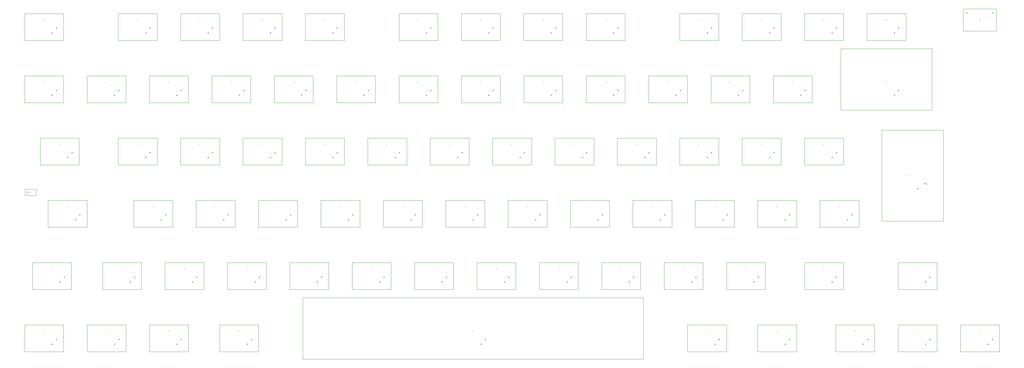
<source format=gbr>
%TF.GenerationSoftware,KiCad,Pcbnew,8.0.2-1*%
%TF.CreationDate,2024-08-02T01:43:28+02:00*%
%TF.ProjectId,keyboard,6b657962-6f61-4726-942e-6b696361645f,1.0*%
%TF.SameCoordinates,Original*%
%TF.FileFunction,Component,L1,Top*%
%TF.FilePolarity,Positive*%
%FSLAX46Y46*%
G04 Gerber Fmt 4.6, Leading zero omitted, Abs format (unit mm)*
G04 Created by KiCad (PCBNEW 8.0.2-1) date 2024-08-02 01:43:28*
%MOMM*%
%LPD*%
G01*
G04 APERTURE LIST*
%TA.AperFunction,ComponentMain*%
%ADD10C,0.300000*%
%TD*%
%TA.AperFunction,ComponentOutline,Footprint*%
%ADD11C,0.100000*%
%TD*%
%TA.AperFunction,ComponentPin*%
%ADD12P,0.360000X4X0.000000*%
%TD*%
%TA.AperFunction,ComponentPin*%
%ADD13C,0.100000*%
%TD*%
%TA.AperFunction,ComponentOutline,Courtyard*%
%ADD14C,0.100000*%
%TD*%
G04 APERTURE END LIST*
D10*
%TO.C,K_SPACE36*%
%TO.CFtp,MX-1U-NoLED*%
%TO.CVal,KEYSW*%
%TO.CLbN,MX_ALPS_Hybrid*%
%TO.CMnt,TH*%
%TO.CRot,180*%
X229327767Y-134200000D03*
D11*
X235282767Y-140405000D02*
X235282767Y-132206100D01*
X223372767Y-132206100D01*
X223372767Y-140405000D01*
X235282767Y-140405000D01*
D12*
%TO.P,K_SPACE36,1*%
X233137767Y-136740000D03*
X231827767Y-138200000D03*
D13*
%TO.P,K_SPACE36,*%
X234407767Y-134200000D03*
X229327767Y-134200000D03*
X224247767Y-134200000D03*
%TO.P,K_SPACE36,2*%
X226827767Y-138700000D03*
X226787767Y-139280000D03*
%TD*%
D10*
%TO.C,K_SPACE45*%
%TO.CFtp,MX-1U-NoLED*%
%TO.CVal,KEYSW*%
%TO.CLbN,MX_ALPS_Hybrid*%
%TO.CMnt,TH*%
%TO.CRot,180*%
X157890267Y-153250000D03*
D11*
X163845267Y-159455000D02*
X163845267Y-151256100D01*
X151935267Y-151256100D01*
X151935267Y-159455000D01*
X163845267Y-159455000D01*
D12*
%TO.P,K_SPACE45,1*%
X161700267Y-155790000D03*
X160390267Y-157250000D03*
D13*
%TO.P,K_SPACE45,*%
X162970267Y-153250000D03*
X157890267Y-153250000D03*
X152810267Y-153250000D03*
%TO.P,K_SPACE45,2*%
X155390267Y-157750000D03*
X155350267Y-158330000D03*
%TD*%
D10*
%TO.C,K_SPACE70*%
%TO.CFtp,MX-1U-NoLED*%
%TO.CVal,KEYSW*%
%TO.CLbN,MX_ALPS_Hybrid*%
%TO.CMnt,TH*%
%TO.CRot,180*%
X86452767Y-191350000D03*
D11*
X92407767Y-197555000D02*
X92407767Y-189356100D01*
X80497767Y-189356100D01*
X80497767Y-197555000D01*
X92407767Y-197555000D01*
D12*
%TO.P,K_SPACE70,1*%
X90262767Y-193890000D03*
X88952767Y-195350000D03*
D13*
%TO.P,K_SPACE70,*%
X91532767Y-191350000D03*
X86452767Y-191350000D03*
X81372767Y-191350000D03*
%TO.P,K_SPACE70,2*%
X83952767Y-195850000D03*
X83912767Y-196430000D03*
%TD*%
D10*
%TO.C,K_SPACE52*%
%TO.CFtp,MX-1U-NoLED*%
%TO.CVal,KEYSW*%
%TO.CLbN,MX_ALPS_Hybrid*%
%TO.CMnt,TH*%
%TO.CRot,180*%
X291240267Y-153250000D03*
D11*
X297195267Y-159455000D02*
X297195267Y-151256100D01*
X285285267Y-151256100D01*
X285285267Y-159455000D01*
X297195267Y-159455000D01*
D12*
%TO.P,K_SPACE52,1*%
X295050267Y-155790000D03*
X293740267Y-157250000D03*
D13*
%TO.P,K_SPACE52,*%
X296320267Y-153250000D03*
X291240267Y-153250000D03*
X286160267Y-153250000D03*
%TO.P,K_SPACE52,2*%
X288740267Y-157750000D03*
X288700267Y-158330000D03*
%TD*%
D10*
%TO.C,K_SPACE50*%
%TO.CFtp,MX-1U-NoLED*%
%TO.CVal,KEYSW*%
%TO.CLbN,MX_ALPS_Hybrid*%
%TO.CMnt,TH*%
%TO.CRot,180*%
X253140267Y-153250000D03*
D11*
X259095267Y-159455000D02*
X259095267Y-151256100D01*
X247185267Y-151256100D01*
X247185267Y-159455000D01*
X259095267Y-159455000D01*
D12*
%TO.P,K_SPACE50,1*%
X256950267Y-155790000D03*
X255640267Y-157250000D03*
D13*
%TO.P,K_SPACE50,*%
X258220267Y-153250000D03*
X253140267Y-153250000D03*
X248060267Y-153250000D03*
%TO.P,K_SPACE50,2*%
X250640267Y-157750000D03*
X250600267Y-158330000D03*
%TD*%
D10*
%TO.C,K_SPACE24*%
%TO.CFtp,MX-1U-NoLED*%
%TO.CVal,KEYSW*%
%TO.CLbN,MX_ALPS_Hybrid*%
%TO.CMnt,TH*%
%TO.CRot,180*%
X257902767Y-115150000D03*
D11*
X263857767Y-121355000D02*
X263857767Y-113156100D01*
X251947767Y-113156100D01*
X251947767Y-121355000D01*
X263857767Y-121355000D01*
D12*
%TO.P,K_SPACE24,1*%
X261712767Y-117690000D03*
X260402767Y-119150000D03*
D13*
%TO.P,K_SPACE24,*%
X262982767Y-115150000D03*
X257902767Y-115150000D03*
X252822767Y-115150000D03*
%TO.P,K_SPACE24,2*%
X255402767Y-119650000D03*
X255362767Y-120230000D03*
%TD*%
D10*
%TO.C,K_SPACE54*%
%TO.CFtp,MX-ISO-NoLED*%
%TO.CVal,KEYSW*%
%TO.CLbN,MX_ALPS_Hybrid*%
%TO.CMnt,TH*%
%TO.CRot,0*%
X331721517Y-143725000D03*
D11*
X323212517Y-129793100D02*
X323212517Y-157656900D01*
X341970417Y-157656900D01*
X341970417Y-129793100D01*
X323212517Y-129793100D01*
D12*
%TO.P,K_SPACE54,1*%
X334221517Y-147725000D03*
X336221517Y-146225000D03*
X336801517Y-146265000D03*
D13*
%TO.P,K_SPACE54,*%
X324736517Y-131787000D03*
X324736517Y-155663000D03*
X331721517Y-138645000D03*
X331721517Y-143725000D03*
X331721517Y-148805000D03*
X339976517Y-131787000D03*
X339976517Y-155663000D03*
%TO.P,K_SPACE54,2*%
X329221517Y-148225000D03*
X334261517Y-139915000D03*
X335721517Y-141225000D03*
%TD*%
D10*
%TO.C,K_SPACE2*%
%TO.CFtp,MX-1U-NoLED*%
%TO.CVal,KEYSW*%
%TO.CLbN,MX_ALPS_Hybrid*%
%TO.CMnt,TH*%
%TO.CRot,180*%
X115027767Y-96100000D03*
D11*
X120982767Y-102305000D02*
X120982767Y-94106100D01*
X109072767Y-94106100D01*
X109072767Y-102305000D01*
X120982767Y-102305000D01*
D12*
%TO.P,K_SPACE2,1*%
X118837767Y-98640000D03*
X117527767Y-100100000D03*
D13*
%TO.P,K_SPACE2,*%
X120107767Y-96100000D03*
X115027767Y-96100000D03*
X109947767Y-96100000D03*
%TO.P,K_SPACE2,2*%
X112527767Y-100600000D03*
X112487767Y-101180000D03*
%TD*%
D10*
%TO.C,K_SPACE39*%
%TO.CFtp,MX-1U-NoLED*%
%TO.CVal,KEYSW*%
%TO.CLbN,MX_ALPS_Hybrid*%
%TO.CMnt,TH*%
%TO.CRot,180*%
X286477767Y-134200000D03*
D11*
X292432767Y-140405000D02*
X292432767Y-132206100D01*
X280522767Y-132206100D01*
X280522767Y-140405000D01*
X292432767Y-140405000D01*
D12*
%TO.P,K_SPACE39,1*%
X290287767Y-136740000D03*
X288977767Y-138200000D03*
D13*
%TO.P,K_SPACE39,*%
X291557767Y-134200000D03*
X286477767Y-134200000D03*
X281397767Y-134200000D03*
%TO.P,K_SPACE39,2*%
X283977767Y-138700000D03*
X283937767Y-139280000D03*
%TD*%
D10*
%TO.C,K_SPACE28*%
%TO.CFtp,MX-1.5U-NoLED*%
%TO.CVal,KEYSW*%
%TO.CLbN,MX_ALPS_Hybrid*%
%TO.CMnt,TH*%
%TO.CRot,180*%
X72165267Y-134200000D03*
D11*
X78120267Y-140405000D02*
X78120267Y-132206100D01*
X66210267Y-132206100D01*
X66210267Y-140405000D01*
X78120267Y-140405000D01*
D12*
%TO.P,K_SPACE28,1*%
X75975267Y-136740000D03*
X74665267Y-138200000D03*
D13*
%TO.P,K_SPACE28,*%
X77245267Y-134200000D03*
X72165267Y-134200000D03*
X67085267Y-134200000D03*
%TO.P,K_SPACE28,2*%
X69665267Y-138700000D03*
X69625267Y-139280000D03*
%TD*%
D10*
%TO.C,K_SPACE72*%
%TO.CFtp,MX-1.25U-NoLED*%
%TO.CVal,KEYSW*%
%TO.CLbN,MX_ALPS_Hybrid*%
%TO.CMnt,TH*%
%TO.CRot,180*%
X126934017Y-191350000D03*
D11*
X132889017Y-197555000D02*
X132889017Y-189356100D01*
X120979017Y-189356100D01*
X120979017Y-197555000D01*
X132889017Y-197555000D01*
D12*
%TO.P,K_SPACE72,1*%
X130744017Y-193890000D03*
X129434017Y-195350000D03*
D13*
%TO.P,K_SPACE72,*%
X132014017Y-191350000D03*
X126934017Y-191350000D03*
X121854017Y-191350000D03*
%TO.P,K_SPACE72,2*%
X124434017Y-195850000D03*
X124394017Y-196430000D03*
%TD*%
D10*
%TO.C,K_SPACE4*%
%TO.CFtp,MX-1U-NoLED*%
%TO.CVal,KEYSW*%
%TO.CLbN,MX_ALPS_Hybrid*%
%TO.CMnt,TH*%
%TO.CRot,180*%
X153127767Y-96100000D03*
D11*
X159082767Y-102305000D02*
X159082767Y-94106100D01*
X147172767Y-94106100D01*
X147172767Y-102305000D01*
X159082767Y-102305000D01*
D12*
%TO.P,K_SPACE4,1*%
X156937767Y-98640000D03*
X155627767Y-100100000D03*
D13*
%TO.P,K_SPACE4,*%
X158207767Y-96100000D03*
X153127767Y-96100000D03*
X148047767Y-96100000D03*
%TO.P,K_SPACE4,2*%
X150627767Y-100600000D03*
X150587767Y-101180000D03*
%TD*%
D10*
%TO.C,K_SPACE43*%
%TO.CFtp,MX-1U-NoLED*%
%TO.CVal,KEYSW*%
%TO.CLbN,MX_ALPS_Hybrid*%
%TO.CMnt,TH*%
%TO.CRot,180*%
X119790267Y-153250000D03*
D11*
X125745267Y-159455000D02*
X125745267Y-151256100D01*
X113835267Y-151256100D01*
X113835267Y-159455000D01*
X125745267Y-159455000D01*
D12*
%TO.P,K_SPACE43,1*%
X123600267Y-155790000D03*
X122290267Y-157250000D03*
D13*
%TO.P,K_SPACE43,*%
X124870267Y-153250000D03*
X119790267Y-153250000D03*
X114710267Y-153250000D03*
%TO.P,K_SPACE43,2*%
X117290267Y-157750000D03*
X117250267Y-158330000D03*
%TD*%
D10*
%TO.C,K_SPACE10*%
%TO.CFtp,MX-1U-NoLED*%
%TO.CVal,KEYSW*%
%TO.CLbN,MX_ALPS_Hybrid*%
%TO.CMnt,TH*%
%TO.CRot,180*%
X286477767Y-96100000D03*
D11*
X292432767Y-102305000D02*
X292432767Y-94106100D01*
X280522767Y-94106100D01*
X280522767Y-102305000D01*
X292432767Y-102305000D01*
D12*
%TO.P,K_SPACE10,1*%
X290287767Y-98640000D03*
X288977767Y-100100000D03*
D13*
%TO.P,K_SPACE10,*%
X291557767Y-96100000D03*
X286477767Y-96100000D03*
X281397767Y-96100000D03*
%TO.P,K_SPACE10,2*%
X283977767Y-100600000D03*
X283937767Y-101180000D03*
%TD*%
D10*
%TO.C,K_SPACE78*%
%TO.CFtp,MX-1U-NoLED*%
%TO.CVal,KEYSW*%
%TO.CLbN,MX_ALPS_Hybrid*%
%TO.CMnt,TH*%
%TO.CRot,180*%
X353152767Y-191350000D03*
D11*
X359107767Y-197555000D02*
X359107767Y-189356100D01*
X347197767Y-189356100D01*
X347197767Y-197555000D01*
X359107767Y-197555000D01*
D12*
%TO.P,K_SPACE78,1*%
X356962767Y-193890000D03*
X355652767Y-195350000D03*
D13*
%TO.P,K_SPACE78,*%
X358232767Y-191350000D03*
X353152767Y-191350000D03*
X348072767Y-191350000D03*
%TO.P,K_SPACE78,2*%
X350652767Y-195850000D03*
X350612767Y-196430000D03*
%TD*%
D10*
%TO.C,K_SPACE20*%
%TO.CFtp,MX-1U-NoLED*%
%TO.CVal,KEYSW*%
%TO.CLbN,MX_ALPS_Hybrid*%
%TO.CMnt,TH*%
%TO.CRot,180*%
X181702767Y-115150000D03*
D11*
X187657767Y-121355000D02*
X187657767Y-113156100D01*
X175747767Y-113156100D01*
X175747767Y-121355000D01*
X187657767Y-121355000D01*
D12*
%TO.P,K_SPACE20,1*%
X185512767Y-117690000D03*
X184202767Y-119150000D03*
D13*
%TO.P,K_SPACE20,*%
X186782767Y-115150000D03*
X181702767Y-115150000D03*
X176622767Y-115150000D03*
%TO.P,K_SPACE20,2*%
X179202767Y-119650000D03*
X179162767Y-120230000D03*
%TD*%
D10*
%TO.C,K_SPACE51*%
%TO.CFtp,MX-1U-NoLED*%
%TO.CVal,KEYSW*%
%TO.CLbN,MX_ALPS_Hybrid*%
%TO.CMnt,TH*%
%TO.CRot,180*%
X272190267Y-153250000D03*
D11*
X278145267Y-159455000D02*
X278145267Y-151256100D01*
X266235267Y-151256100D01*
X266235267Y-159455000D01*
X278145267Y-159455000D01*
D12*
%TO.P,K_SPACE51,1*%
X276000267Y-155790000D03*
X274690267Y-157250000D03*
D13*
%TO.P,K_SPACE51,*%
X277270267Y-153250000D03*
X272190267Y-153250000D03*
X267110267Y-153250000D03*
%TO.P,K_SPACE51,2*%
X269690267Y-157750000D03*
X269650267Y-158330000D03*
%TD*%
D10*
%TO.C,SW2*%
%TO.CFtp,SW_SPST_PTS645*%
%TO.CVal,SW_Push*%
%TO.CLbN,Button_Switch_SMD*%
%TO.CMnt,SMD*%
%TO.CRot,0*%
X353150000Y-96100000D03*
D14*
X358199999Y-92700001D02*
X358199999Y-99499999D01*
X348100001Y-99499999D01*
X348100001Y-92700001D01*
X358199999Y-92700001D01*
D12*
%TO.P,SW2,1,1*%
X349170000Y-93850000D03*
X357130000Y-93850000D03*
D13*
%TO.P,SW2,2,2*%
X349170000Y-98350000D03*
X357130000Y-98350000D03*
%TD*%
D10*
%TO.C,K_SPACE63*%
%TO.CFtp,MX-1U-NoLED*%
%TO.CVal,KEYSW*%
%TO.CLbN,MX_ALPS_Hybrid*%
%TO.CMnt,TH*%
%TO.CRot,180*%
X224565267Y-172300000D03*
D11*
X230520267Y-178505000D02*
X230520267Y-170306100D01*
X218610267Y-170306100D01*
X218610267Y-178505000D01*
X230520267Y-178505000D01*
D12*
%TO.P,K_SPACE63,1*%
X228375267Y-174840000D03*
X227065267Y-176300000D03*
D13*
%TO.P,K_SPACE63,*%
X229645267Y-172300000D03*
X224565267Y-172300000D03*
X219485267Y-172300000D03*
%TO.P,K_SPACE63,2*%
X222065267Y-176800000D03*
X222025267Y-177380000D03*
%TD*%
D10*
%TO.C,K_SPACE75*%
%TO.CFtp,MX-1U-NoLED*%
%TO.CVal,KEYSW*%
%TO.CLbN,MX_ALPS_Hybrid*%
%TO.CMnt,TH*%
%TO.CRot,180*%
X291240267Y-191350000D03*
D11*
X297195267Y-197555000D02*
X297195267Y-189356100D01*
X285285267Y-189356100D01*
X285285267Y-197555000D01*
X297195267Y-197555000D01*
D12*
%TO.P,K_SPACE75,1*%
X295050267Y-193890000D03*
X293740267Y-195350000D03*
D13*
%TO.P,K_SPACE75,*%
X296320267Y-191350000D03*
X291240267Y-191350000D03*
X286160267Y-191350000D03*
%TO.P,K_SPACE75,2*%
X288740267Y-195850000D03*
X288700267Y-196430000D03*
%TD*%
D10*
%TO.C,K_SPACE60*%
%TO.CFtp,MX-1U-NoLED*%
%TO.CVal,KEYSW*%
%TO.CLbN,MX_ALPS_Hybrid*%
%TO.CMnt,TH*%
%TO.CRot,180*%
X167415267Y-172300000D03*
D11*
X173370267Y-178505000D02*
X173370267Y-170306100D01*
X161460267Y-170306100D01*
X161460267Y-178505000D01*
X173370267Y-178505000D01*
D12*
%TO.P,K_SPACE60,1*%
X171225267Y-174840000D03*
X169915267Y-176300000D03*
D13*
%TO.P,K_SPACE60,*%
X172495267Y-172300000D03*
X167415267Y-172300000D03*
X162335267Y-172300000D03*
%TO.P,K_SPACE60,2*%
X164915267Y-176800000D03*
X164875267Y-177380000D03*
%TD*%
D10*
%TO.C,K_SPACE37*%
%TO.CFtp,MX-1U-NoLED*%
%TO.CVal,KEYSW*%
%TO.CLbN,MX_ALPS_Hybrid*%
%TO.CMnt,TH*%
%TO.CRot,180*%
X248377767Y-134200000D03*
D11*
X254332767Y-140405000D02*
X254332767Y-132206100D01*
X242422767Y-132206100D01*
X242422767Y-140405000D01*
X254332767Y-140405000D01*
D12*
%TO.P,K_SPACE37,1*%
X252187767Y-136740000D03*
X250877767Y-138200000D03*
D13*
%TO.P,K_SPACE37,*%
X253457767Y-134200000D03*
X248377767Y-134200000D03*
X243297767Y-134200000D03*
%TO.P,K_SPACE37,2*%
X245877767Y-138700000D03*
X245837767Y-139280000D03*
%TD*%
D10*
%TO.C,K_SPACE31*%
%TO.CFtp,MX-1U-NoLED*%
%TO.CVal,KEYSW*%
%TO.CLbN,MX_ALPS_Hybrid*%
%TO.CMnt,TH*%
%TO.CRot,180*%
X134077767Y-134200000D03*
D11*
X140032767Y-140405000D02*
X140032767Y-132206100D01*
X128122767Y-132206100D01*
X128122767Y-140405000D01*
X140032767Y-140405000D01*
D12*
%TO.P,K_SPACE31,1*%
X137887767Y-136740000D03*
X136577767Y-138200000D03*
D13*
%TO.P,K_SPACE31,*%
X139157767Y-134200000D03*
X134077767Y-134200000D03*
X128997767Y-134200000D03*
%TO.P,K_SPACE31,2*%
X131577767Y-138700000D03*
X131537767Y-139280000D03*
%TD*%
D10*
%TO.C,K_SPACE19*%
%TO.CFtp,MX-1U-NoLED*%
%TO.CVal,KEYSW*%
%TO.CLbN,MX_ALPS_Hybrid*%
%TO.CMnt,TH*%
%TO.CRot,180*%
X162652767Y-115150000D03*
D11*
X168607767Y-121355000D02*
X168607767Y-113156100D01*
X156697767Y-113156100D01*
X156697767Y-121355000D01*
X168607767Y-121355000D01*
D12*
%TO.P,K_SPACE19,1*%
X166462767Y-117690000D03*
X165152767Y-119150000D03*
D13*
%TO.P,K_SPACE19,*%
X167732767Y-115150000D03*
X162652767Y-115150000D03*
X157572767Y-115150000D03*
%TO.P,K_SPACE19,2*%
X160152767Y-119650000D03*
X160112767Y-120230000D03*
%TD*%
D10*
%TO.C,K_SPACE25*%
%TO.CFtp,MX-1U-NoLED*%
%TO.CVal,KEYSW*%
%TO.CLbN,MX_ALPS_Hybrid*%
%TO.CMnt,TH*%
%TO.CRot,180*%
X276952767Y-115150000D03*
D11*
X282907767Y-121355000D02*
X282907767Y-113156100D01*
X270997767Y-113156100D01*
X270997767Y-121355000D01*
X282907767Y-121355000D01*
D12*
%TO.P,K_SPACE25,1*%
X280762767Y-117690000D03*
X279452767Y-119150000D03*
D13*
%TO.P,K_SPACE25,*%
X282032767Y-115150000D03*
X276952767Y-115150000D03*
X271872767Y-115150000D03*
%TO.P,K_SPACE25,2*%
X274452767Y-119650000D03*
X274412767Y-120230000D03*
%TD*%
D10*
%TO.C,K_SPACE32*%
%TO.CFtp,MX-1U-NoLED*%
%TO.CVal,KEYSW*%
%TO.CLbN,MX_ALPS_Hybrid*%
%TO.CMnt,TH*%
%TO.CRot,180*%
X153127767Y-134200000D03*
D11*
X159082767Y-140405000D02*
X159082767Y-132206100D01*
X147172767Y-132206100D01*
X147172767Y-140405000D01*
X159082767Y-140405000D01*
D12*
%TO.P,K_SPACE32,1*%
X156937767Y-136740000D03*
X155627767Y-138200000D03*
D13*
%TO.P,K_SPACE32,*%
X158207767Y-134200000D03*
X153127767Y-134200000D03*
X148047767Y-134200000D03*
%TO.P,K_SPACE32,2*%
X150627767Y-138700000D03*
X150587767Y-139280000D03*
%TD*%
D10*
%TO.C,K_SPACE6*%
%TO.CFtp,MX-1U-NoLED*%
%TO.CVal,KEYSW*%
%TO.CLbN,MX_ALPS_Hybrid*%
%TO.CMnt,TH*%
%TO.CRot,180*%
X200752767Y-96100000D03*
D11*
X206707767Y-102305000D02*
X206707767Y-94106100D01*
X194797767Y-94106100D01*
X194797767Y-102305000D01*
X206707767Y-102305000D01*
D12*
%TO.P,K_SPACE6,1*%
X204562767Y-98640000D03*
X203252767Y-100100000D03*
D13*
%TO.P,K_SPACE6,*%
X205832767Y-96100000D03*
X200752767Y-96100000D03*
X195672767Y-96100000D03*
%TO.P,K_SPACE6,2*%
X198252767Y-100600000D03*
X198212767Y-101180000D03*
%TD*%
D10*
%TO.C,K_SPACE30*%
%TO.CFtp,MX-1U-NoLED*%
%TO.CVal,KEYSW*%
%TO.CLbN,MX_ALPS_Hybrid*%
%TO.CMnt,TH*%
%TO.CRot,180*%
X115027767Y-134200000D03*
D11*
X120982767Y-140405000D02*
X120982767Y-132206100D01*
X109072767Y-132206100D01*
X109072767Y-140405000D01*
X120982767Y-140405000D01*
D12*
%TO.P,K_SPACE30,1*%
X118837767Y-136740000D03*
X117527767Y-138200000D03*
D13*
%TO.P,K_SPACE30,*%
X120107767Y-134200000D03*
X115027767Y-134200000D03*
X109947767Y-134200000D03*
%TO.P,K_SPACE30,2*%
X112527767Y-138700000D03*
X112487767Y-139280000D03*
%TD*%
D10*
%TO.C,K_SPACE41*%
%TO.CFtp,MX-1.75U-NoLED*%
%TO.CVal,KEYSW*%
%TO.CLbN,MX_ALPS_Hybrid*%
%TO.CMnt,TH*%
%TO.CRot,180*%
X74546517Y-153250000D03*
D11*
X80501517Y-159455000D02*
X80501517Y-151256100D01*
X68591517Y-151256100D01*
X68591517Y-159455000D01*
X80501517Y-159455000D01*
D12*
%TO.P,K_SPACE41,1*%
X78356517Y-155790000D03*
X77046517Y-157250000D03*
D13*
%TO.P,K_SPACE41,*%
X79626517Y-153250000D03*
X74546517Y-153250000D03*
X69466517Y-153250000D03*
%TO.P,K_SPACE41,2*%
X72046517Y-157750000D03*
X72006517Y-158330000D03*
%TD*%
D10*
%TO.C,K_SPACE27*%
%TO.CFtp,MX-2U-NoLED*%
%TO.CVal,KEYSW*%
%TO.CLbN,MX_ALPS_Hybrid*%
%TO.CMnt,TH*%
%TO.CRot,180*%
X324577767Y-115150000D03*
D11*
X338509667Y-123659000D02*
X338509667Y-104901100D01*
X310645867Y-104901100D01*
X310645867Y-123659000D01*
X338509667Y-123659000D01*
D12*
%TO.P,K_SPACE27,1*%
X328387767Y-117690000D03*
X327077767Y-119150000D03*
D13*
%TO.P,K_SPACE27,*%
X336515767Y-122135000D03*
X336515767Y-106895000D03*
X329657767Y-115150000D03*
X324577767Y-115150000D03*
X319497767Y-115150000D03*
X312639767Y-122135000D03*
X312639767Y-106895000D03*
%TO.P,K_SPACE27,2*%
X322077767Y-119650000D03*
X322037767Y-120230000D03*
%TD*%
D10*
%TO.C,K_SPACE73*%
%TO.CFtp,MX-6.25U-NoLED*%
%TO.CVal,KEYSW*%
%TO.CLbN,MX_ALPS_Hybrid*%
%TO.CMnt,TH*%
%TO.CRot,180*%
X198371517Y-191350000D03*
D11*
X250365317Y-199859000D02*
X250365317Y-181101100D01*
X146377717Y-181101100D01*
X146377717Y-199859000D01*
X250365317Y-199859000D01*
D12*
%TO.P,K_SPACE73,1*%
X202181517Y-193890000D03*
X200871517Y-195350000D03*
D13*
%TO.P,K_SPACE73,*%
X248371417Y-198335000D03*
X248371417Y-183095000D03*
X203451517Y-191350000D03*
X198371517Y-191350000D03*
X193291517Y-191350000D03*
X148371617Y-198335000D03*
X148371617Y-183095000D03*
%TO.P,K_SPACE73,2*%
X195871517Y-195850000D03*
X195831517Y-196430000D03*
%TD*%
D10*
%TO.C,K_SPACE67*%
%TO.CFtp,MX-1.5U-NoLED*%
%TO.CVal,KEYSW*%
%TO.CLbN,MX_ALPS_Hybrid*%
%TO.CMnt,TH*%
%TO.CRot,180*%
X305527767Y-172300000D03*
D11*
X311482767Y-178505000D02*
X311482767Y-170306100D01*
X299572767Y-170306100D01*
X299572767Y-178505000D01*
X311482767Y-178505000D01*
D12*
%TO.P,K_SPACE67,1*%
X309337767Y-174840000D03*
X308027767Y-176300000D03*
D13*
%TO.P,K_SPACE67,*%
X310607767Y-172300000D03*
X305527767Y-172300000D03*
X300447767Y-172300000D03*
%TO.P,K_SPACE67,2*%
X303027767Y-176800000D03*
X302987767Y-177380000D03*
%TD*%
D10*
%TO.C,K_SPACE53*%
%TO.CFtp,MX-1U-NoLED*%
%TO.CVal,KEYSW*%
%TO.CLbN,MX_ALPS_Hybrid*%
%TO.CMnt,TH*%
%TO.CRot,180*%
X310290267Y-153250000D03*
D11*
X316245267Y-159455000D02*
X316245267Y-151256100D01*
X304335267Y-151256100D01*
X304335267Y-159455000D01*
X316245267Y-159455000D01*
D12*
%TO.P,K_SPACE53,1*%
X314100267Y-155790000D03*
X312790267Y-157250000D03*
D13*
%TO.P,K_SPACE53,*%
X315370267Y-153250000D03*
X310290267Y-153250000D03*
X305210267Y-153250000D03*
%TO.P,K_SPACE53,2*%
X307790267Y-157750000D03*
X307750267Y-158330000D03*
%TD*%
D10*
%TO.C,K_SPACE1*%
%TO.CFtp,MX-1U-NoLED*%
%TO.CVal,KEYSW*%
%TO.CLbN,MX_ALPS_Hybrid*%
%TO.CMnt,TH*%
%TO.CRot,180*%
X95977767Y-96100000D03*
D11*
X101932767Y-102305000D02*
X101932767Y-94106100D01*
X90022767Y-94106100D01*
X90022767Y-102305000D01*
X101932767Y-102305000D01*
D12*
%TO.P,K_SPACE1,1*%
X99787767Y-98640000D03*
X98477767Y-100100000D03*
D13*
%TO.P,K_SPACE1,*%
X101057767Y-96100000D03*
X95977767Y-96100000D03*
X90897767Y-96100000D03*
%TO.P,K_SPACE1,2*%
X93477767Y-100600000D03*
X93437767Y-101180000D03*
%TD*%
D10*
%TO.C,K_SPACE76*%
%TO.CFtp,MX-1U-NoLED*%
%TO.CVal,KEYSW*%
%TO.CLbN,MX_ALPS_Hybrid*%
%TO.CMnt,TH*%
%TO.CRot,180*%
X315052767Y-191350000D03*
D11*
X321007767Y-197555000D02*
X321007767Y-189356100D01*
X309097767Y-189356100D01*
X309097767Y-197555000D01*
X321007767Y-197555000D01*
D12*
%TO.P,K_SPACE76,1*%
X318862767Y-193890000D03*
X317552767Y-195350000D03*
D13*
%TO.P,K_SPACE76,*%
X320132767Y-191350000D03*
X315052767Y-191350000D03*
X309972767Y-191350000D03*
%TO.P,K_SPACE76,2*%
X312552767Y-195850000D03*
X312512767Y-196430000D03*
%TD*%
D10*
%TO.C,K_SPACE55*%
%TO.CFtp,MX-1.25U-NoLED*%
%TO.CVal,KEYSW*%
%TO.CLbN,MX_ALPS_Hybrid*%
%TO.CMnt,TH*%
%TO.CRot,180*%
X69784017Y-172300000D03*
D11*
X75739017Y-178505000D02*
X75739017Y-170306100D01*
X63829017Y-170306100D01*
X63829017Y-178505000D01*
X75739017Y-178505000D01*
D12*
%TO.P,K_SPACE55,1*%
X73594017Y-174840000D03*
X72284017Y-176300000D03*
D13*
%TO.P,K_SPACE55,*%
X74864017Y-172300000D03*
X69784017Y-172300000D03*
X64704017Y-172300000D03*
%TO.P,K_SPACE55,2*%
X67284017Y-176800000D03*
X67244017Y-177380000D03*
%TD*%
D10*
%TO.C,K_SPACE35*%
%TO.CFtp,MX-1U-NoLED*%
%TO.CVal,KEYSW*%
%TO.CLbN,MX_ALPS_Hybrid*%
%TO.CMnt,TH*%
%TO.CRot,180*%
X210277767Y-134200000D03*
D11*
X216232767Y-140405000D02*
X216232767Y-132206100D01*
X204322767Y-132206100D01*
X204322767Y-140405000D01*
X216232767Y-140405000D01*
D12*
%TO.P,K_SPACE35,1*%
X214087767Y-136740000D03*
X212777767Y-138200000D03*
D13*
%TO.P,K_SPACE35,*%
X215357767Y-134200000D03*
X210277767Y-134200000D03*
X205197767Y-134200000D03*
%TO.P,K_SPACE35,2*%
X207777767Y-138700000D03*
X207737767Y-139280000D03*
%TD*%
D10*
%TO.C,K_SPACE26*%
%TO.CFtp,MX-1U-NoLED*%
%TO.CVal,KEYSW*%
%TO.CLbN,MX_ALPS_Hybrid*%
%TO.CMnt,TH*%
%TO.CRot,180*%
X296002767Y-115150000D03*
D11*
X301957767Y-121355000D02*
X301957767Y-113156100D01*
X290047767Y-113156100D01*
X290047767Y-121355000D01*
X301957767Y-121355000D01*
D12*
%TO.P,K_SPACE26,1*%
X299812767Y-117690000D03*
X298502767Y-119150000D03*
D13*
%TO.P,K_SPACE26,*%
X301082767Y-115150000D03*
X296002767Y-115150000D03*
X290922767Y-115150000D03*
%TO.P,K_SPACE26,2*%
X293502767Y-119650000D03*
X293462767Y-120230000D03*
%TD*%
D10*
%TO.C,K_SPACE14*%
%TO.CFtp,MX-1U-NoLED*%
%TO.CVal,KEYSW*%
%TO.CLbN,MX_ALPS_Hybrid*%
%TO.CMnt,TH*%
%TO.CRot,180*%
X67402767Y-115150000D03*
D11*
X73357767Y-121355000D02*
X73357767Y-113156100D01*
X61447767Y-113156100D01*
X61447767Y-121355000D01*
X73357767Y-121355000D01*
D12*
%TO.P,K_SPACE14,1*%
X71212767Y-117690000D03*
X69902767Y-119150000D03*
D13*
%TO.P,K_SPACE14,*%
X72482767Y-115150000D03*
X67402767Y-115150000D03*
X62322767Y-115150000D03*
%TO.P,K_SPACE14,2*%
X64902767Y-119650000D03*
X64862767Y-120230000D03*
%TD*%
D10*
%TO.C,K_SPACE57*%
%TO.CFtp,MX-1U-NoLED*%
%TO.CVal,KEYSW*%
%TO.CLbN,MX_ALPS_Hybrid*%
%TO.CMnt,TH*%
%TO.CRot,180*%
X110265267Y-172300000D03*
D11*
X116220267Y-178505000D02*
X116220267Y-170306100D01*
X104310267Y-170306100D01*
X104310267Y-178505000D01*
X116220267Y-178505000D01*
D12*
%TO.P,K_SPACE57,1*%
X114075267Y-174840000D03*
X112765267Y-176300000D03*
D13*
%TO.P,K_SPACE57,*%
X115345267Y-172300000D03*
X110265267Y-172300000D03*
X105185267Y-172300000D03*
%TO.P,K_SPACE57,2*%
X107765267Y-176800000D03*
X107725267Y-177380000D03*
%TD*%
D10*
%TO.C,K_SPACE40*%
%TO.CFtp,MX-1U-NoLED*%
%TO.CVal,KEYSW*%
%TO.CLbN,MX_ALPS_Hybrid*%
%TO.CMnt,TH*%
%TO.CRot,180*%
X305527767Y-134200000D03*
D11*
X311482767Y-140405000D02*
X311482767Y-132206100D01*
X299572767Y-132206100D01*
X299572767Y-140405000D01*
X311482767Y-140405000D01*
D12*
%TO.P,K_SPACE40,1*%
X309337767Y-136740000D03*
X308027767Y-138200000D03*
D13*
%TO.P,K_SPACE40,*%
X310607767Y-134200000D03*
X305527767Y-134200000D03*
X300447767Y-134200000D03*
%TO.P,K_SPACE40,2*%
X303027767Y-138700000D03*
X302987767Y-139280000D03*
%TD*%
D10*
%TO.C,K_SPACE34*%
%TO.CFtp,MX-1U-NoLED*%
%TO.CVal,KEYSW*%
%TO.CLbN,MX_ALPS_Hybrid*%
%TO.CMnt,TH*%
%TO.CRot,180*%
X191227767Y-134200000D03*
D11*
X197182767Y-140405000D02*
X197182767Y-132206100D01*
X185272767Y-132206100D01*
X185272767Y-140405000D01*
X197182767Y-140405000D01*
D12*
%TO.P,K_SPACE34,1*%
X195037767Y-136740000D03*
X193727767Y-138200000D03*
D13*
%TO.P,K_SPACE34,*%
X196307767Y-134200000D03*
X191227767Y-134200000D03*
X186147767Y-134200000D03*
%TO.P,K_SPACE34,2*%
X188727767Y-138700000D03*
X188687767Y-139280000D03*
%TD*%
D10*
%TO.C,K_SPACE42*%
%TO.CFtp,MX-1U-NoLED*%
%TO.CVal,KEYSW*%
%TO.CLbN,MX_ALPS_Hybrid*%
%TO.CMnt,TH*%
%TO.CRot,180*%
X100740267Y-153250000D03*
D11*
X106695267Y-159455000D02*
X106695267Y-151256100D01*
X94785267Y-151256100D01*
X94785267Y-159455000D01*
X106695267Y-159455000D01*
D12*
%TO.P,K_SPACE42,1*%
X104550267Y-155790000D03*
X103240267Y-157250000D03*
D13*
%TO.P,K_SPACE42,*%
X105820267Y-153250000D03*
X100740267Y-153250000D03*
X95660267Y-153250000D03*
%TO.P,K_SPACE42,2*%
X98240267Y-157750000D03*
X98200267Y-158330000D03*
%TD*%
D10*
%TO.C,K_SPACE74*%
%TO.CFtp,MX-1.25U-NoLED*%
%TO.CVal,KEYSW*%
%TO.CLbN,MX_ALPS_Hybrid*%
%TO.CMnt,TH*%
%TO.CRot,180*%
X269809017Y-191350000D03*
D11*
X275764017Y-197555000D02*
X275764017Y-189356100D01*
X263854017Y-189356100D01*
X263854017Y-197555000D01*
X275764017Y-197555000D01*
D12*
%TO.P,K_SPACE74,1*%
X273619017Y-193890000D03*
X272309017Y-195350000D03*
D13*
%TO.P,K_SPACE74,*%
X274889017Y-191350000D03*
X269809017Y-191350000D03*
X264729017Y-191350000D03*
%TO.P,K_SPACE74,2*%
X267309017Y-195850000D03*
X267269017Y-196430000D03*
%TD*%
D10*
%TO.C,K_SPACE15*%
%TO.CFtp,MX-1U-NoLED*%
%TO.CVal,KEYSW*%
%TO.CLbN,MX_ALPS_Hybrid*%
%TO.CMnt,TH*%
%TO.CRot,180*%
X86452767Y-115150000D03*
D11*
X92407767Y-121355000D02*
X92407767Y-113156100D01*
X80497767Y-113156100D01*
X80497767Y-121355000D01*
X92407767Y-121355000D01*
D12*
%TO.P,K_SPACE15,1*%
X90262767Y-117690000D03*
X88952767Y-119150000D03*
D13*
%TO.P,K_SPACE15,*%
X91532767Y-115150000D03*
X86452767Y-115150000D03*
X81372767Y-115150000D03*
%TO.P,K_SPACE15,2*%
X83952767Y-119650000D03*
X83912767Y-120230000D03*
%TD*%
D10*
%TO.C,K_SPACE64*%
%TO.CFtp,MX-1U-NoLED*%
%TO.CVal,KEYSW*%
%TO.CLbN,MX_ALPS_Hybrid*%
%TO.CMnt,TH*%
%TO.CRot,180*%
X243615267Y-172300000D03*
D11*
X249570267Y-178505000D02*
X249570267Y-170306100D01*
X237660267Y-170306100D01*
X237660267Y-178505000D01*
X249570267Y-178505000D01*
D12*
%TO.P,K_SPACE64,1*%
X247425267Y-174840000D03*
X246115267Y-176300000D03*
D13*
%TO.P,K_SPACE64,*%
X248695267Y-172300000D03*
X243615267Y-172300000D03*
X238535267Y-172300000D03*
%TO.P,K_SPACE64,2*%
X241115267Y-176800000D03*
X241075267Y-177380000D03*
%TD*%
D10*
%TO.C,K_SPACE9*%
%TO.CFtp,MX-1U-NoLED*%
%TO.CVal,KEYSW*%
%TO.CLbN,MX_ALPS_Hybrid*%
%TO.CMnt,TH*%
%TO.CRot,180*%
X267427767Y-96100000D03*
D11*
X273382767Y-102305000D02*
X273382767Y-94106100D01*
X261472767Y-94106100D01*
X261472767Y-102305000D01*
X273382767Y-102305000D01*
D12*
%TO.P,K_SPACE9,1*%
X271237767Y-98640000D03*
X269927767Y-100100000D03*
D13*
%TO.P,K_SPACE9,*%
X272507767Y-96100000D03*
X267427767Y-96100000D03*
X262347767Y-96100000D03*
%TO.P,K_SPACE9,2*%
X264927767Y-100600000D03*
X264887767Y-101180000D03*
%TD*%
D10*
%TO.C,K_SPACE48*%
%TO.CFtp,MX-1U-NoLED*%
%TO.CVal,KEYSW*%
%TO.CLbN,MX_ALPS_Hybrid*%
%TO.CMnt,TH*%
%TO.CRot,180*%
X215040267Y-153250000D03*
D11*
X220995267Y-159455000D02*
X220995267Y-151256100D01*
X209085267Y-151256100D01*
X209085267Y-159455000D01*
X220995267Y-159455000D01*
D12*
%TO.P,K_SPACE48,1*%
X218850267Y-155790000D03*
X217540267Y-157250000D03*
D13*
%TO.P,K_SPACE48,*%
X220120267Y-153250000D03*
X215040267Y-153250000D03*
X209960267Y-153250000D03*
%TO.P,K_SPACE48,2*%
X212540267Y-157750000D03*
X212500267Y-158330000D03*
%TD*%
D10*
%TO.C,K_SPACE16*%
%TO.CFtp,MX-1U-NoLED*%
%TO.CVal,KEYSW*%
%TO.CLbN,MX_ALPS_Hybrid*%
%TO.CMnt,TH*%
%TO.CRot,180*%
X105502767Y-115150000D03*
D11*
X111457767Y-121355000D02*
X111457767Y-113156100D01*
X99547767Y-113156100D01*
X99547767Y-121355000D01*
X111457767Y-121355000D01*
D12*
%TO.P,K_SPACE16,1*%
X109312767Y-117690000D03*
X108002767Y-119150000D03*
D13*
%TO.P,K_SPACE16,*%
X110582767Y-115150000D03*
X105502767Y-115150000D03*
X100422767Y-115150000D03*
%TO.P,K_SPACE16,2*%
X103002767Y-119650000D03*
X102962767Y-120230000D03*
%TD*%
D10*
%TO.C,K_SPACE18*%
%TO.CFtp,MX-1U-NoLED*%
%TO.CVal,KEYSW*%
%TO.CLbN,MX_ALPS_Hybrid*%
%TO.CMnt,TH*%
%TO.CRot,180*%
X143602767Y-115150000D03*
D11*
X149557767Y-121355000D02*
X149557767Y-113156100D01*
X137647767Y-113156100D01*
X137647767Y-121355000D01*
X149557767Y-121355000D01*
D12*
%TO.P,K_SPACE18,1*%
X147412767Y-117690000D03*
X146102767Y-119150000D03*
D13*
%TO.P,K_SPACE18,*%
X148682767Y-115150000D03*
X143602767Y-115150000D03*
X138522767Y-115150000D03*
%TO.P,K_SPACE18,2*%
X141102767Y-119650000D03*
X141062767Y-120230000D03*
%TD*%
D10*
%TO.C,K_SPACE12*%
%TO.CFtp,MX-1U-NoLED*%
%TO.CVal,KEYSW*%
%TO.CLbN,MX_ALPS_Hybrid*%
%TO.CMnt,TH*%
%TO.CRot,180*%
X324577767Y-96100000D03*
D11*
X330532767Y-102305000D02*
X330532767Y-94106100D01*
X318622767Y-94106100D01*
X318622767Y-102305000D01*
X330532767Y-102305000D01*
D12*
%TO.P,K_SPACE12,1*%
X328387767Y-98640000D03*
X327077767Y-100100000D03*
D13*
%TO.P,K_SPACE12,*%
X329657767Y-96100000D03*
X324577767Y-96100000D03*
X319497767Y-96100000D03*
%TO.P,K_SPACE12,2*%
X322077767Y-100600000D03*
X322037767Y-101180000D03*
%TD*%
D10*
%TO.C,K_SPACE71*%
%TO.CFtp,MX-1U-NoLED*%
%TO.CVal,KEYSW*%
%TO.CLbN,MX_ALPS_Hybrid*%
%TO.CMnt,TH*%
%TO.CRot,180*%
X105502767Y-191350000D03*
D11*
X111457767Y-197555000D02*
X111457767Y-189356100D01*
X99547767Y-189356100D01*
X99547767Y-197555000D01*
X111457767Y-197555000D01*
D12*
%TO.P,K_SPACE71,1*%
X109312767Y-193890000D03*
X108002767Y-195350000D03*
D13*
%TO.P,K_SPACE71,*%
X110582767Y-191350000D03*
X105502767Y-191350000D03*
X100422767Y-191350000D03*
%TO.P,K_SPACE71,2*%
X103002767Y-195850000D03*
X102962767Y-196430000D03*
%TD*%
D10*
%TO.C,K_SPACE22*%
%TO.CFtp,MX-1U-NoLED*%
%TO.CVal,KEYSW*%
%TO.CLbN,MX_ALPS_Hybrid*%
%TO.CMnt,TH*%
%TO.CRot,180*%
X219802767Y-115150000D03*
D11*
X225757767Y-121355000D02*
X225757767Y-113156100D01*
X213847767Y-113156100D01*
X213847767Y-121355000D01*
X225757767Y-121355000D01*
D12*
%TO.P,K_SPACE22,1*%
X223612767Y-117690000D03*
X222302767Y-119150000D03*
D13*
%TO.P,K_SPACE22,*%
X224882767Y-115150000D03*
X219802767Y-115150000D03*
X214722767Y-115150000D03*
%TO.P,K_SPACE22,2*%
X217302767Y-119650000D03*
X217262767Y-120230000D03*
%TD*%
D10*
%TO.C,D1*%
%TO.CFtp,LED_0805_2012Metric*%
%TO.CVal,LED*%
%TO.CLbN,LED_SMD*%
%TO.CMnt,SMD*%
%TO.CRot,0*%
X63324500Y-148844000D03*
D14*
X65004499Y-147894001D02*
X65004499Y-149793999D01*
X61644501Y-149793999D01*
X61644501Y-147894001D01*
X65004499Y-147894001D01*
D12*
%TO.P,D1,1,K*%
X62387000Y-148844000D03*
D13*
%TO.P,D1,2,A*%
X64262000Y-148844000D03*
%TD*%
D10*
%TO.C,K_SPACE68*%
%TO.CFtp,MX-1U-NoLED*%
%TO.CVal,KEYSW*%
%TO.CLbN,MX_ALPS_Hybrid*%
%TO.CMnt,TH*%
%TO.CRot,180*%
X334102767Y-172300000D03*
D11*
X340057767Y-178505000D02*
X340057767Y-170306100D01*
X328147767Y-170306100D01*
X328147767Y-178505000D01*
X340057767Y-178505000D01*
D12*
%TO.P,K_SPACE68,1*%
X337912767Y-174840000D03*
X336602767Y-176300000D03*
D13*
%TO.P,K_SPACE68,*%
X339182767Y-172300000D03*
X334102767Y-172300000D03*
X329022767Y-172300000D03*
%TO.P,K_SPACE68,2*%
X331602767Y-176800000D03*
X331562767Y-177380000D03*
%TD*%
D10*
%TO.C,K_SPACE62*%
%TO.CFtp,MX-1U-NoLED*%
%TO.CVal,KEYSW*%
%TO.CLbN,MX_ALPS_Hybrid*%
%TO.CMnt,TH*%
%TO.CRot,180*%
X205515267Y-172300000D03*
D11*
X211470267Y-178505000D02*
X211470267Y-170306100D01*
X199560267Y-170306100D01*
X199560267Y-178505000D01*
X211470267Y-178505000D01*
D12*
%TO.P,K_SPACE62,1*%
X209325267Y-174840000D03*
X208015267Y-176300000D03*
D13*
%TO.P,K_SPACE62,*%
X210595267Y-172300000D03*
X205515267Y-172300000D03*
X200435267Y-172300000D03*
%TO.P,K_SPACE62,2*%
X203015267Y-176800000D03*
X202975267Y-177380000D03*
%TD*%
D10*
%TO.C,K_SPACE65*%
%TO.CFtp,MX-1U-NoLED*%
%TO.CVal,KEYSW*%
%TO.CLbN,MX_ALPS_Hybrid*%
%TO.CMnt,TH*%
%TO.CRot,180*%
X262665267Y-172300000D03*
D11*
X268620267Y-178505000D02*
X268620267Y-170306100D01*
X256710267Y-170306100D01*
X256710267Y-178505000D01*
X268620267Y-178505000D01*
D12*
%TO.P,K_SPACE65,1*%
X266475267Y-174840000D03*
X265165267Y-176300000D03*
D13*
%TO.P,K_SPACE65,*%
X267745267Y-172300000D03*
X262665267Y-172300000D03*
X257585267Y-172300000D03*
%TO.P,K_SPACE65,2*%
X260165267Y-176800000D03*
X260125267Y-177380000D03*
%TD*%
D10*
%TO.C,K_SPACE8*%
%TO.CFtp,MX-1U-NoLED*%
%TO.CVal,KEYSW*%
%TO.CLbN,MX_ALPS_Hybrid*%
%TO.CMnt,TH*%
%TO.CRot,180*%
X238852767Y-96100000D03*
D11*
X244807767Y-102305000D02*
X244807767Y-94106100D01*
X232897767Y-94106100D01*
X232897767Y-102305000D01*
X244807767Y-102305000D01*
D12*
%TO.P,K_SPACE8,1*%
X242662767Y-98640000D03*
X241352767Y-100100000D03*
D13*
%TO.P,K_SPACE8,*%
X243932767Y-96100000D03*
X238852767Y-96100000D03*
X233772767Y-96100000D03*
%TO.P,K_SPACE8,2*%
X236352767Y-100600000D03*
X236312767Y-101180000D03*
%TD*%
D10*
%TO.C,K_SPACE23*%
%TO.CFtp,MX-1U-NoLED*%
%TO.CVal,KEYSW*%
%TO.CLbN,MX_ALPS_Hybrid*%
%TO.CMnt,TH*%
%TO.CRot,180*%
X238852767Y-115150000D03*
D11*
X244807767Y-121355000D02*
X244807767Y-113156100D01*
X232897767Y-113156100D01*
X232897767Y-121355000D01*
X244807767Y-121355000D01*
D12*
%TO.P,K_SPACE23,1*%
X242662767Y-117690000D03*
X241352767Y-119150000D03*
D13*
%TO.P,K_SPACE23,*%
X243932767Y-115150000D03*
X238852767Y-115150000D03*
X233772767Y-115150000D03*
%TO.P,K_SPACE23,2*%
X236352767Y-119650000D03*
X236312767Y-120230000D03*
%TD*%
D10*
%TO.C,K_SPACE69*%
%TO.CFtp,MX-1U-NoLED*%
%TO.CVal,KEYSW*%
%TO.CLbN,MX_ALPS_Hybrid*%
%TO.CMnt,TH*%
%TO.CRot,180*%
X67402767Y-191350000D03*
D11*
X73357767Y-197555000D02*
X73357767Y-189356100D01*
X61447767Y-189356100D01*
X61447767Y-197555000D01*
X73357767Y-197555000D01*
D12*
%TO.P,K_SPACE69,1*%
X71212767Y-193890000D03*
X69902767Y-195350000D03*
D13*
%TO.P,K_SPACE69,*%
X72482767Y-191350000D03*
X67402767Y-191350000D03*
X62322767Y-191350000D03*
%TO.P,K_SPACE69,2*%
X64902767Y-195850000D03*
X64862767Y-196430000D03*
%TD*%
D10*
%TO.C,K_SPACE33*%
%TO.CFtp,MX-1U-NoLED*%
%TO.CVal,KEYSW*%
%TO.CLbN,MX_ALPS_Hybrid*%
%TO.CMnt,TH*%
%TO.CRot,180*%
X172177767Y-134200000D03*
D11*
X178132767Y-140405000D02*
X178132767Y-132206100D01*
X166222767Y-132206100D01*
X166222767Y-140405000D01*
X178132767Y-140405000D01*
D12*
%TO.P,K_SPACE33,1*%
X175987767Y-136740000D03*
X174677767Y-138200000D03*
D13*
%TO.P,K_SPACE33,*%
X177257767Y-134200000D03*
X172177767Y-134200000D03*
X167097767Y-134200000D03*
%TO.P,K_SPACE33,2*%
X169677767Y-138700000D03*
X169637767Y-139280000D03*
%TD*%
D10*
%TO.C,K_SPACE49*%
%TO.CFtp,MX-1U-NoLED*%
%TO.CVal,KEYSW*%
%TO.CLbN,MX_ALPS_Hybrid*%
%TO.CMnt,TH*%
%TO.CRot,180*%
X234090267Y-153250000D03*
D11*
X240045267Y-159455000D02*
X240045267Y-151256100D01*
X228135267Y-151256100D01*
X228135267Y-159455000D01*
X240045267Y-159455000D01*
D12*
%TO.P,K_SPACE49,1*%
X237900267Y-155790000D03*
X236590267Y-157250000D03*
D13*
%TO.P,K_SPACE49,*%
X239170267Y-153250000D03*
X234090267Y-153250000D03*
X229010267Y-153250000D03*
%TO.P,K_SPACE49,2*%
X231590267Y-157750000D03*
X231550267Y-158330000D03*
%TD*%
D10*
%TO.C,K_SPACE0*%
%TO.CFtp,MX-1U-NoLED*%
%TO.CVal,KEYSW*%
%TO.CLbN,MX_ALPS_Hybrid*%
%TO.CMnt,TH*%
%TO.CRot,180*%
X67402767Y-96100000D03*
D11*
X73357767Y-102305000D02*
X73357767Y-94106100D01*
X61447767Y-94106100D01*
X61447767Y-102305000D01*
X73357767Y-102305000D01*
D12*
%TO.P,K_SPACE0,1*%
X71212767Y-98640000D03*
X69902767Y-100100000D03*
D13*
%TO.P,K_SPACE0,*%
X72482767Y-96100000D03*
X67402767Y-96100000D03*
X62322767Y-96100000D03*
%TO.P,K_SPACE0,2*%
X64902767Y-100600000D03*
X64862767Y-101180000D03*
%TD*%
D10*
%TO.C,K_SPACE59*%
%TO.CFtp,MX-1U-NoLED*%
%TO.CVal,KEYSW*%
%TO.CLbN,MX_ALPS_Hybrid*%
%TO.CMnt,TH*%
%TO.CRot,180*%
X148365267Y-172300000D03*
D11*
X154320267Y-178505000D02*
X154320267Y-170306100D01*
X142410267Y-170306100D01*
X142410267Y-178505000D01*
X154320267Y-178505000D01*
D12*
%TO.P,K_SPACE59,1*%
X152175267Y-174840000D03*
X150865267Y-176300000D03*
D13*
%TO.P,K_SPACE59,*%
X153445267Y-172300000D03*
X148365267Y-172300000D03*
X143285267Y-172300000D03*
%TO.P,K_SPACE59,2*%
X145865267Y-176800000D03*
X145825267Y-177380000D03*
%TD*%
D10*
%TO.C,K_SPACE38*%
%TO.CFtp,MX-1U-NoLED*%
%TO.CVal,KEYSW*%
%TO.CLbN,MX_ALPS_Hybrid*%
%TO.CMnt,TH*%
%TO.CRot,180*%
X267427767Y-134200000D03*
D11*
X273382767Y-140405000D02*
X273382767Y-132206100D01*
X261472767Y-132206100D01*
X261472767Y-140405000D01*
X273382767Y-140405000D01*
D12*
%TO.P,K_SPACE38,1*%
X271237767Y-136740000D03*
X269927767Y-138200000D03*
D13*
%TO.P,K_SPACE38,*%
X272507767Y-134200000D03*
X267427767Y-134200000D03*
X262347767Y-134200000D03*
%TO.P,K_SPACE38,2*%
X264927767Y-138700000D03*
X264887767Y-139280000D03*
%TD*%
D10*
%TO.C,K_SPACE21*%
%TO.CFtp,MX-1U-NoLED*%
%TO.CVal,KEYSW*%
%TO.CLbN,MX_ALPS_Hybrid*%
%TO.CMnt,TH*%
%TO.CRot,180*%
X200752767Y-115150000D03*
D11*
X206707767Y-121355000D02*
X206707767Y-113156100D01*
X194797767Y-113156100D01*
X194797767Y-121355000D01*
X206707767Y-121355000D01*
D12*
%TO.P,K_SPACE21,1*%
X204562767Y-117690000D03*
X203252767Y-119150000D03*
D13*
%TO.P,K_SPACE21,*%
X205832767Y-115150000D03*
X200752767Y-115150000D03*
X195672767Y-115150000D03*
%TO.P,K_SPACE21,2*%
X198252767Y-119650000D03*
X198212767Y-120230000D03*
%TD*%
D10*
%TO.C,K_SPACE17*%
%TO.CFtp,MX-1U-NoLED*%
%TO.CVal,KEYSW*%
%TO.CLbN,MX_ALPS_Hybrid*%
%TO.CMnt,TH*%
%TO.CRot,180*%
X124552767Y-115150000D03*
D11*
X130507767Y-121355000D02*
X130507767Y-113156100D01*
X118597767Y-113156100D01*
X118597767Y-121355000D01*
X130507767Y-121355000D01*
D12*
%TO.P,K_SPACE17,1*%
X128362767Y-117690000D03*
X127052767Y-119150000D03*
D13*
%TO.P,K_SPACE17,*%
X129632767Y-115150000D03*
X124552767Y-115150000D03*
X119472767Y-115150000D03*
%TO.P,K_SPACE17,2*%
X122052767Y-119650000D03*
X122012767Y-120230000D03*
%TD*%
D10*
%TO.C,K_SPACE56*%
%TO.CFtp,MX-1U-NoLED*%
%TO.CVal,KEYSW*%
%TO.CLbN,MX_ALPS_Hybrid*%
%TO.CMnt,TH*%
%TO.CRot,180*%
X91215267Y-172300000D03*
D11*
X97170267Y-178505000D02*
X97170267Y-170306100D01*
X85260267Y-170306100D01*
X85260267Y-178505000D01*
X97170267Y-178505000D01*
D12*
%TO.P,K_SPACE56,1*%
X95025267Y-174840000D03*
X93715267Y-176300000D03*
D13*
%TO.P,K_SPACE56,*%
X96295267Y-172300000D03*
X91215267Y-172300000D03*
X86135267Y-172300000D03*
%TO.P,K_SPACE56,2*%
X88715267Y-176800000D03*
X88675267Y-177380000D03*
%TD*%
D10*
%TO.C,K_SPACE29*%
%TO.CFtp,MX-1U-NoLED*%
%TO.CVal,KEYSW*%
%TO.CLbN,MX_ALPS_Hybrid*%
%TO.CMnt,TH*%
%TO.CRot,180*%
X95977767Y-134200000D03*
D11*
X101932767Y-140405000D02*
X101932767Y-132206100D01*
X90022767Y-132206100D01*
X90022767Y-140405000D01*
X101932767Y-140405000D01*
D12*
%TO.P,K_SPACE29,1*%
X99787767Y-136740000D03*
X98477767Y-138200000D03*
D13*
%TO.P,K_SPACE29,*%
X101057767Y-134200000D03*
X95977767Y-134200000D03*
X90897767Y-134200000D03*
%TO.P,K_SPACE29,2*%
X93477767Y-138700000D03*
X93437767Y-139280000D03*
%TD*%
D10*
%TO.C,K_SPACE3*%
%TO.CFtp,MX-1U-NoLED*%
%TO.CVal,KEYSW*%
%TO.CLbN,MX_ALPS_Hybrid*%
%TO.CMnt,TH*%
%TO.CRot,180*%
X134077767Y-96100000D03*
D11*
X140032767Y-102305000D02*
X140032767Y-94106100D01*
X128122767Y-94106100D01*
X128122767Y-102305000D01*
X140032767Y-102305000D01*
D12*
%TO.P,K_SPACE3,1*%
X137887767Y-98640000D03*
X136577767Y-100100000D03*
D13*
%TO.P,K_SPACE3,*%
X139157767Y-96100000D03*
X134077767Y-96100000D03*
X128997767Y-96100000D03*
%TO.P,K_SPACE3,2*%
X131577767Y-100600000D03*
X131537767Y-101180000D03*
%TD*%
D10*
%TO.C,K_SPACE46*%
%TO.CFtp,MX-1U-NoLED*%
%TO.CVal,KEYSW*%
%TO.CLbN,MX_ALPS_Hybrid*%
%TO.CMnt,TH*%
%TO.CRot,180*%
X176940267Y-153250000D03*
D11*
X182895267Y-159455000D02*
X182895267Y-151256100D01*
X170985267Y-151256100D01*
X170985267Y-159455000D01*
X182895267Y-159455000D01*
D12*
%TO.P,K_SPACE46,1*%
X180750267Y-155790000D03*
X179440267Y-157250000D03*
D13*
%TO.P,K_SPACE46,*%
X182020267Y-153250000D03*
X176940267Y-153250000D03*
X171860267Y-153250000D03*
%TO.P,K_SPACE46,2*%
X174440267Y-157750000D03*
X174400267Y-158330000D03*
%TD*%
D10*
%TO.C,K_SPACE11*%
%TO.CFtp,MX-1U-NoLED*%
%TO.CVal,KEYSW*%
%TO.CLbN,MX_ALPS_Hybrid*%
%TO.CMnt,TH*%
%TO.CRot,180*%
X305527767Y-96100000D03*
D11*
X311482767Y-102305000D02*
X311482767Y-94106100D01*
X299572767Y-94106100D01*
X299572767Y-102305000D01*
X311482767Y-102305000D01*
D12*
%TO.P,K_SPACE11,1*%
X309337767Y-98640000D03*
X308027767Y-100100000D03*
D13*
%TO.P,K_SPACE11,*%
X310607767Y-96100000D03*
X305527767Y-96100000D03*
X300447767Y-96100000D03*
%TO.P,K_SPACE11,2*%
X303027767Y-100600000D03*
X302987767Y-101180000D03*
%TD*%
D10*
%TO.C,K_SPACE58*%
%TO.CFtp,MX-1U-NoLED*%
%TO.CVal,KEYSW*%
%TO.CLbN,MX_ALPS_Hybrid*%
%TO.CMnt,TH*%
%TO.CRot,180*%
X129315267Y-172300000D03*
D11*
X135270267Y-178505000D02*
X135270267Y-170306100D01*
X123360267Y-170306100D01*
X123360267Y-178505000D01*
X135270267Y-178505000D01*
D12*
%TO.P,K_SPACE58,1*%
X133125267Y-174840000D03*
X131815267Y-176300000D03*
D13*
%TO.P,K_SPACE58,*%
X134395267Y-172300000D03*
X129315267Y-172300000D03*
X124235267Y-172300000D03*
%TO.P,K_SPACE58,2*%
X126815267Y-176800000D03*
X126775267Y-177380000D03*
%TD*%
D10*
%TO.C,K_SPACE7*%
%TO.CFtp,MX-1U-NoLED*%
%TO.CVal,KEYSW*%
%TO.CLbN,MX_ALPS_Hybrid*%
%TO.CMnt,TH*%
%TO.CRot,180*%
X219790000Y-96100000D03*
D11*
X225745000Y-102305000D02*
X225745000Y-94106100D01*
X213835000Y-94106100D01*
X213835000Y-102305000D01*
X225745000Y-102305000D01*
D12*
%TO.P,K_SPACE7,1*%
X223600000Y-98640000D03*
X222290000Y-100100000D03*
D13*
%TO.P,K_SPACE7,*%
X224870000Y-96100000D03*
X219790000Y-96100000D03*
X214710000Y-96100000D03*
%TO.P,K_SPACE7,2*%
X217290000Y-100600000D03*
X217250000Y-101180000D03*
%TD*%
D10*
%TO.C,K_SPACE47*%
%TO.CFtp,MX-1U-NoLED*%
%TO.CVal,KEYSW*%
%TO.CLbN,MX_ALPS_Hybrid*%
%TO.CMnt,TH*%
%TO.CRot,180*%
X195990267Y-153250000D03*
D11*
X201945267Y-159455000D02*
X201945267Y-151256100D01*
X190035267Y-151256100D01*
X190035267Y-159455000D01*
X201945267Y-159455000D01*
D12*
%TO.P,K_SPACE47,1*%
X199800267Y-155790000D03*
X198490267Y-157250000D03*
D13*
%TO.P,K_SPACE47,*%
X201070267Y-153250000D03*
X195990267Y-153250000D03*
X190910267Y-153250000D03*
%TO.P,K_SPACE47,2*%
X193490267Y-157750000D03*
X193450267Y-158330000D03*
%TD*%
D10*
%TO.C,K_SPACE44*%
%TO.CFtp,MX-1U-NoLED*%
%TO.CVal,KEYSW*%
%TO.CLbN,MX_ALPS_Hybrid*%
%TO.CMnt,TH*%
%TO.CRot,180*%
X138840267Y-153250000D03*
D11*
X144795267Y-159455000D02*
X144795267Y-151256100D01*
X132885267Y-151256100D01*
X132885267Y-159455000D01*
X144795267Y-159455000D01*
D12*
%TO.P,K_SPACE44,1*%
X142650267Y-155790000D03*
X141340267Y-157250000D03*
D13*
%TO.P,K_SPACE44,*%
X143920267Y-153250000D03*
X138840267Y-153250000D03*
X133760267Y-153250000D03*
%TO.P,K_SPACE44,2*%
X136340267Y-157750000D03*
X136300267Y-158330000D03*
%TD*%
D10*
%TO.C,K_SPACE5*%
%TO.CFtp,MX-1U-NoLED*%
%TO.CVal,KEYSW*%
%TO.CLbN,MX_ALPS_Hybrid*%
%TO.CMnt,TH*%
%TO.CRot,180*%
X181702767Y-96100000D03*
D11*
X187657767Y-102305000D02*
X187657767Y-94106100D01*
X175747767Y-94106100D01*
X175747767Y-102305000D01*
X187657767Y-102305000D01*
D12*
%TO.P,K_SPACE5,1*%
X185512767Y-98640000D03*
X184202767Y-100100000D03*
D13*
%TO.P,K_SPACE5,*%
X186782767Y-96100000D03*
X181702767Y-96100000D03*
X176622767Y-96100000D03*
%TO.P,K_SPACE5,2*%
X179202767Y-100600000D03*
X179162767Y-101180000D03*
%TD*%
D10*
%TO.C,K_SPACE61*%
%TO.CFtp,MX-1U-NoLED*%
%TO.CVal,KEYSW*%
%TO.CLbN,MX_ALPS_Hybrid*%
%TO.CMnt,TH*%
%TO.CRot,180*%
X186465267Y-172300000D03*
D11*
X192420267Y-178505000D02*
X192420267Y-170306100D01*
X180510267Y-170306100D01*
X180510267Y-178505000D01*
X192420267Y-178505000D01*
D12*
%TO.P,K_SPACE61,1*%
X190275267Y-174840000D03*
X188965267Y-176300000D03*
D13*
%TO.P,K_SPACE61,*%
X191545267Y-172300000D03*
X186465267Y-172300000D03*
X181385267Y-172300000D03*
%TO.P,K_SPACE61,2*%
X183965267Y-176800000D03*
X183925267Y-177380000D03*
%TD*%
D10*
%TO.C,K_SPACE77*%
%TO.CFtp,MX-1U-NoLED*%
%TO.CVal,KEYSW*%
%TO.CLbN,MX_ALPS_Hybrid*%
%TO.CMnt,TH*%
%TO.CRot,180*%
X334102767Y-191350000D03*
D11*
X340057767Y-197555000D02*
X340057767Y-189356100D01*
X328147767Y-189356100D01*
X328147767Y-197555000D01*
X340057767Y-197555000D01*
D12*
%TO.P,K_SPACE77,1*%
X337912767Y-193890000D03*
X336602767Y-195350000D03*
D13*
%TO.P,K_SPACE77,*%
X339182767Y-191350000D03*
X334102767Y-191350000D03*
X329022767Y-191350000D03*
%TO.P,K_SPACE77,2*%
X331602767Y-195850000D03*
X331562767Y-196430000D03*
%TD*%
D10*
%TO.C,K_SPACE66*%
%TO.CFtp,MX-1U-NoLED*%
%TO.CVal,KEYSW*%
%TO.CLbN,MX_ALPS_Hybrid*%
%TO.CMnt,TH*%
%TO.CRot,180*%
X281715267Y-172300000D03*
D11*
X287670267Y-178505000D02*
X287670267Y-170306100D01*
X275760267Y-170306100D01*
X275760267Y-178505000D01*
X287670267Y-178505000D01*
D12*
%TO.P,K_SPACE66,1*%
X285525267Y-174840000D03*
X284215267Y-176300000D03*
D13*
%TO.P,K_SPACE66,*%
X286795267Y-172300000D03*
X281715267Y-172300000D03*
X276635267Y-172300000D03*
%TO.P,K_SPACE66,2*%
X279215267Y-176800000D03*
X279175267Y-177380000D03*
%TD*%
M02*

</source>
